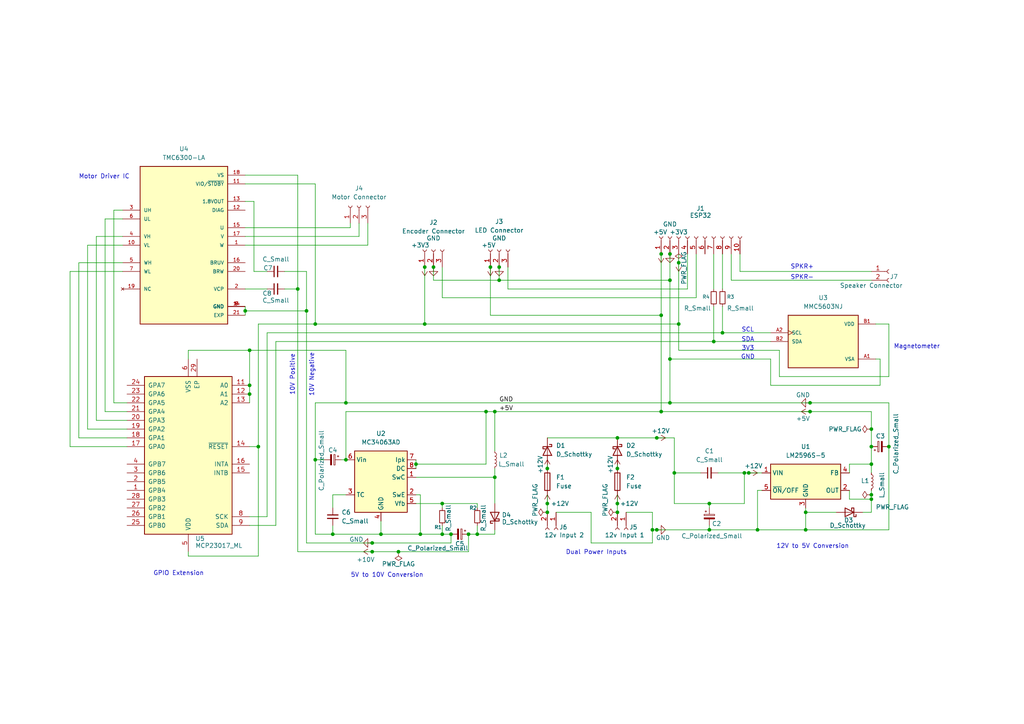
<source format=kicad_sch>
(kicad_sch (version 20250114) (generator "eeschema") (generator_version "9.0")
  (paper "A4")
  (lib_symbols
    (symbol "Connector:Conn_01x02_Socket" (pin_names (offset 1.016) (hide yes))
      (property "Reference" "J" (at 0 2.54 0))
      (property "Value" "Conn_01x02_Socket" (at 0 -5.08 0))
      (symbol "Conn_01x02_Socket_1_1"
        (polyline (pts (xy -1.27 0) (xy -0.508 0)) (stroke (width 0.1524)))
        (polyline (pts (xy -1.27 -2.54) (xy -0.508 -2.54)) (stroke (width 0.1524)))
        (arc (start 0 -0.508) (mid -0.5058 0) (end 0 0.508) (stroke (width 0.1524)))
        (arc (start 0 -3.048) (mid -0.5058 -2.54) (end 0 -2.032) (stroke (width 0.1524)))
        (pin passive line (at -5.08 0 0) (length 3.81) (name "Pin_1") (number "1"))
        (pin passive line (at -5.08 -2.54 0) (length 3.81) (name "Pin_2") (number "2"))
      )
    )
    (symbol "Connector:Conn_01x03_Socket" (pin_names (offset 1.016) (hide yes))
      (property "Reference" "J" (at 0 5.08 0))
      (property "Value" "Conn_01x03_Socket" (at 0 -5.08 0))
      (symbol "Conn_01x03_Socket_1_1"
        (polyline (pts (xy -1.27 2.54) (xy -0.508 2.54)) (stroke (width 0.1524)))
        (polyline (pts (xy -1.27 0) (xy -0.508 0)) (stroke (width 0.1524)))
        (polyline (pts (xy -1.27 -2.54) (xy -0.508 -2.54)) (stroke (width 0.1524)))
        (arc (start 0 2.032) (mid -0.5058 2.54) (end 0 3.048) (stroke (width 0.1524)))
        (arc (start 0 -0.508) (mid -0.5058 0) (end 0 0.508) (stroke (width 0.1524)))
        (arc (start 0 -3.048) (mid -0.5058 -2.54) (end 0 -2.032) (stroke (width 0.1524)))
        (pin passive line (at -5.08 2.54 0) (length 3.81) (name "Pin_1") (number "1"))
        (pin passive line (at -5.08 0 0) (length 3.81) (name "Pin_2") (number "2"))
        (pin passive line (at -5.08 -2.54 0) (length 3.81) (name "Pin_3") (number "3"))
      )
    )
    (symbol "Connector:Conn_01x10_Socket" (pin_names (offset 1.016) (hide yes))
      (property "Reference" "J" (at 0 12.7 0))
      (property "Value" "Conn_01x10_Socket" (at 0 -15.24 0))
      (symbol "Conn_01x10_Socket_1_1"
        (polyline (pts (xy -1.27 10.16) (xy -0.508 10.16)) (stroke (width 0.1524)))
        (polyline (pts (xy -1.27 7.62) (xy -0.508 7.62)) (stroke (width 0.1524)))
        (polyline (pts (xy -1.27 5.08) (xy -0.508 5.08)) (stroke (width 0.1524)))
        (polyline (pts (xy -1.27 2.54) (xy -0.508 2.54)) (stroke (width 0.1524)))
        (polyline (pts (xy -1.27 0) (xy -0.508 0)) (stroke (width 0.1524)))
        (polyline (pts (xy -1.27 -2.54) (xy -0.508 -2.54)) (stroke (width 0.1524)))
        (polyline (pts (xy -1.27 -5.08) (xy -0.508 -5.08)) (stroke (width 0.1524)))
        (polyline (pts (xy -1.27 -7.62) (xy -0.508 -7.62)) (stroke (width 0.1524)))
        (polyline (pts (xy -1.27 -10.16) (xy -0.508 -10.16)) (stroke (width 0.1524)))
        (polyline (pts (xy -1.27 -12.7) (xy -0.508 -12.7)) (stroke (width 0.1524)))
        (arc (start 0 9.652) (mid -0.5058 10.16) (end 0 10.668) (stroke (width 0.1524)))
        (arc (start 0 7.112) (mid -0.5058 7.62) (end 0 8.128) (stroke (width 0.1524)))
        (arc (start 0 4.572) (mid -0.5058 5.08) (end 0 5.588) (stroke (width 0.1524)))
        (arc (start 0 2.032) (mid -0.5058 2.54) (end 0 3.048) (stroke (width 0.1524)))
        (arc (start 0 -0.508) (mid -0.5058 0) (end 0 0.508) (stroke (width 0.1524)))
        (arc (start 0 -3.048) (mid -0.5058 -2.54) (end 0 -2.032) (stroke (width 0.1524)))
        (arc (start 0 -5.588) (mid -0.5058 -5.08) (end 0 -4.572) (stroke (width 0.1524)))
        (arc (start 0 -8.128) (mid -0.5058 -7.62) (end 0 -7.112) (stroke (width 0.1524)))
        (arc (start 0 -10.668) (mid -0.5058 -10.16) (end 0 -9.652) (stroke (width 0.1524)))
        (arc (start 0 -13.208) (mid -0.5058 -12.7) (end 0 -12.192) (stroke (width 0.1524)))
        (pin passive line (at -5.08 10.16 0) (length 3.81) (name "Pin_1") (number "1"))
        (pin passive line (at -5.08 7.62 0) (length 3.81) (name "Pin_2") (number "2"))
        (pin passive line (at -5.08 5.08 0) (length 3.81) (name "Pin_3") (number "3"))
        (pin passive line (at -5.08 2.54 0) (length 3.81) (name "Pin_4") (number "4"))
        (pin passive line (at -5.08 0 0) (length 3.81) (name "Pin_5") (number "5"))
        (pin passive line (at -5.08 -2.54 0) (length 3.81) (name "Pin_6") (number "6"))
        (pin passive line (at -5.08 -5.08 0) (length 3.81) (name "Pin_7") (number "7"))
        (pin passive line (at -5.08 -7.62 0) (length 3.81) (name "Pin_8") (number "8"))
        (pin passive line (at -5.08 -10.16 0) (length 3.81) (name "Pin_9") (number "9"))
        (pin passive line (at -5.08 -12.7 0) (length 3.81) (name "Pin_10") (number "10"))
      )
    )
    (symbol "Device:C_Polarized_Small" (pin_numbers (hide yes)) (pin_names (offset 0.254) (hide yes))
      (property "Reference" "C" (at 0.254 1.778 0))
      (property "Value" "C_Polarized_Small" (at 0.254 -2.032 0))
      (symbol "C_Polarized_Small_0_1"
        (rectangle (start -1.524 0.6858) (end 1.524 0.3048))
        (rectangle (start -1.524 -0.3048) (end 1.524 -0.6858) (fill (type outline)))
        (polyline (pts (xy -1.27 1.524) (xy -0.762 1.524)))
        (polyline (pts (xy -1.016 1.27) (xy -1.016 1.778)))
      )
      (symbol "C_Polarized_Small_1_1"
        (pin passive line (at 0 2.54 270) (length 1.8542) (name "~") (number "1"))
        (pin passive line (at 0 -2.54 90) (length 1.8542) (name "~") (number "2"))
      )
    )
    (symbol "Device:C_Small" (pin_numbers (hide yes)) (pin_names (offset 0.254) (hide yes))
      (property "Reference" "C" (at 0.254 1.778 0))
      (property "Value" "C_Small" (at 0.254 -2.032 0))
      (symbol "C_Small_0_1"
        (polyline (pts (xy -1.524 0.508) (xy 1.524 0.508)) (stroke (width 0.3048)))
        (polyline (pts (xy -1.524 -0.508) (xy 1.524 -0.508)) (stroke (width 0.3302)))
      )
      (symbol "C_Small_1_1"
        (pin passive line (at 0 2.54 270) (length 2.032) (name "~") (number "1"))
        (pin passive line (at 0 -2.54 90) (length 2.032) (name "~") (number "2"))
      )
    )
    (symbol "Device:D_Schottky" (pin_numbers (hide yes)) (pin_names (offset 1.016) (hide yes))
      (property "Reference" "D" (at 0 2.54 0))
      (property "Value" "D_Schottky" (at 0 -2.54 0))
      (symbol "D_Schottky_0_1"
        (polyline (pts (xy -1.905 0.635) (xy -1.905 1.27) (xy -1.27 1.27) (xy -1.27 -1.27) (xy -0.635 -1.27) (xy -0.635 -0.635)) (stroke (width 0.254)))
        (polyline (pts (xy 1.27 1.27) (xy 1.27 -1.27) (xy -1.27 0) (xy 1.27 1.27)) (stroke (width 0.254)))
        (polyline (pts (xy 1.27 0) (xy -1.27 0)))
      )
      (symbol "D_Schottky_1_1"
        (pin passive line (at -3.81 0 0) (length 2.54) (name "K") (number "1"))
        (pin passive line (at 3.81 0 180) (length 2.54) (name "A") (number "2"))
      )
    )
    (symbol "Device:Fuse" (pin_numbers (hide yes)) (pin_names (offset 0))
      (property "Reference" "F" (at 2.032 0 90))
      (property "Value" "Fuse" (at -1.905 0 90))
      (symbol "Fuse_0_1"
        (rectangle (start -0.762 -2.54) (end 0.762 2.54) (stroke (width 0.254)))
        (polyline (pts (xy 0 2.54) (xy 0 -2.54)))
      )
      (symbol "Fuse_1_1"
        (pin passive line (at 0 3.81 270) (length 1.27) (name "~") (number "1"))
        (pin passive line (at 0 -3.81 90) (length 1.27) (name "~") (number "2"))
      )
    )
    (symbol "Device:L_Small" (pin_numbers (hide yes)) (pin_names (offset 0.254) (hide yes))
      (property "Reference" "L" (at 0.762 1.016 0))
      (property "Value" "L_Small" (at 0.762 -1.016 0))
      (symbol "L_Small_0_1"
        (arc (start 0 2.032) (mid 0.5058 1.524) (end 0 1.016))
        (arc (start 0 1.016) (mid 0.5058 0.508) (end 0 0))
        (arc (start 0 0) (mid 0.5058 -0.508) (end 0 -1.016))
        (arc (start 0 -1.016) (mid 0.5058 -1.524) (end 0 -2.032))
      )
      (symbol "L_Small_1_1"
        (pin passive line (at 0 2.54 270) (length 0.508) (name "~") (number "1"))
        (pin passive line (at 0 -2.54 90) (length 0.508) (name "~") (number "2"))
      )
    )
    (symbol "Device:R_Small" (pin_numbers (hide yes)) (pin_names (offset 0.254) (hide yes))
      (property "Reference" "R" (at 0 0 90))
      (property "Value" "R_Small" (at 1.778 0 90))
      (symbol "R_Small_0_1"
        (rectangle (start -0.762 1.778) (end 0.762 -1.778) (stroke (width 0.2032)))
      )
      (symbol "R_Small_1_1"
        (pin passive line (at 0 2.54 270) (length 0.762) (name "~") (number "1"))
        (pin passive line (at 0 -2.54 90) (length 0.762) (name "~") (number "2"))
      )
    )
    (symbol "Interface_Expansion:MCP23017_ML" (pin_names (offset 1.016))
      (property "Reference" "U" (at -11.43 24.13 0))
      (property "Value" "MCP23017_ML" (at 0 0 0))
      (symbol "MCP23017_ML_0_1"
        (rectangle (start -12.7 22.86) (end 12.7 -22.86) (stroke (width 0.254)) (fill (type background)))
      )
      (symbol "MCP23017_ML_1_1"
        (pin bidirectional line (at -17.78 20.32 0) (length 5.08) (name "SDA") (number "9"))
        (pin input line (at -17.78 17.78 0) (length 5.08) (name "SCK") (number "8"))
        (pin tri_state line (at -17.78 5.08 0) (length 5.08) (name "INTB") (number "15"))
        (pin tri_state line (at -17.78 2.54 0) (length 5.08) (name "INTA") (number "16"))
        (pin input line (at -17.78 -2.54 0) (length 5.08) (name "~{RESET}") (number "14"))
        (pin input line (at -17.78 -15.24 0) (length 5.08) (name "A2") (number "13"))
        (pin input line (at -17.78 -17.78 0) (length 5.08) (name "A1") (number "12"))
        (pin input line (at -17.78 -20.32 0) (length 5.08) (name "A0") (number "11"))
        (pin no_connect line (at -12.7 15.24 0) (length 5.08) (hide yes) (name "NC") (number "7"))
        (pin no_connect line (at -12.7 12.7 0) (length 5.08) (hide yes) (name "NC") (number "10"))
        (pin passive line (at -2.54 -27.94 90) (length 5.08) (name "EP") (number "29"))
        (pin power_in line (at 0 27.94 270) (length 5.08) (name "VDD") (number "5"))
        (pin power_in line (at 0 -27.94 90) (length 5.08) (name "VSS") (number "6"))
        (pin bidirectional line (at 17.78 20.32 180) (length 5.08) (name "GPB0") (number "25"))
        (pin bidirectional line (at 17.78 17.78 180) (length 5.08) (name "GPB1") (number "26"))
        (pin bidirectional line (at 17.78 15.24 180) (length 5.08) (name "GPB2") (number "27"))
        (pin bidirectional line (at 17.78 12.7 180) (length 5.08) (name "GPB3") (number "28"))
        (pin bidirectional line (at 17.78 10.16 180) (length 5.08) (name "GPB4") (number "1"))
        (pin bidirectional line (at 17.78 7.62 180) (length 5.08) (name "GPB5") (number "2"))
        (pin bidirectional line (at 17.78 5.08 180) (length 5.08) (name "GPB6") (number "3"))
        (pin output line (at 17.78 2.54 180) (length 5.08) (name "GPB7") (number "4"))
        (pin bidirectional line (at 17.78 -2.54 180) (length 5.08) (name "GPA0") (number "17"))
        (pin bidirectional line (at 17.78 -5.08 180) (length 5.08) (name "GPA1") (number "18"))
        (pin bidirectional line (at 17.78 -7.62 180) (length 5.08) (name "GPA2") (number "19"))
        (pin bidirectional line (at 17.78 -10.16 180) (length 5.08) (name "GPA3") (number "20"))
        (pin bidirectional line (at 17.78 -12.7 180) (length 5.08) (name "GPA4") (number "21"))
        (pin bidirectional line (at 17.78 -15.24 180) (length 5.08) (name "GPA5") (number "22"))
        (pin bidirectional line (at 17.78 -17.78 180) (length 5.08) (name "GPA6") (number "23"))
        (pin output line (at 17.78 -20.32 180) (length 5.08) (name "GPA7") (number "24"))
      )
    )
    (symbol "MMC5603NJ:MMC5603NJ" (pin_names (offset 1.016))
      (property "Reference" "U" (at -10.16 8.382 0))
      (property "Value" "MMC5603NJ" (at -10.16 -10.16 0))
      (symbol "MMC5603NJ_0_0"
        (rectangle (start -10.16 -7.62) (end 10.16 7.62) (stroke (width 0.254)) (fill (type background)))
        (pin input clock (at -15.24 2.54 0) (length 5.08) (name "SCL") (number "A2"))
        (pin bidirectional line (at -15.24 0 0) (length 5.08) (name "SDA") (number "B2"))
        (pin power_in line (at 15.24 5.08 180) (length 5.08) (name "VDD") (number "B1"))
        (pin power_in line (at 15.24 -5.08 180) (length 5.08) (name "VSA") (number "A1"))
      )
    )
    (symbol "Regulator_Switching:LM2596S-5"
      (property "Reference" "U" (at -10.16 6.35 0))
      (property "Value" "LM2596S-5" (at 0 6.35 0))
      (symbol "LM2596S-5_0_1"
        (rectangle (start -10.16 5.08) (end 10.16 -5.08) (stroke (width 0.254)) (fill (type background)))
      )
      (symbol "LM2596S-5_1_1"
        (pin power_in line (at -12.7 2.54 0) (length 2.54) (name "VIN") (number "1"))
        (pin input line (at -12.7 -2.54 0) (length 2.54) (name "~{ON}/OFF") (number "5"))
        (pin power_in line (at 0 -7.62 90) (length 2.54) (name "GND") (number "3"))
        (pin input line (at 12.7 2.54 180) (length 2.54) (name "FB") (number "4"))
        (pin output line (at 12.7 -2.54 180) (length 2.54) (name "OUT") (number "2"))
      )
    )
    (symbol "Regulator_Switching:MC34063AD"
      (property "Reference" "U" (at -7.62 8.89 0))
      (property "Value" "MC34063AD" (at 0 8.89 0))
      (symbol "MC34063AD_0_1"
        (rectangle (start -7.62 7.62) (end 7.62 -10.16) (stroke (width 0.254)) (fill (type background)))
      )
      (symbol "MC34063AD_1_1"
        (pin power_in line (at -10.16 5.08 0) (length 2.54) (name "Vin") (number "6"))
        (pin passive line (at -10.16 -5.08 0) (length 2.54) (name "TC") (number "3"))
        (pin power_in line (at 0 -12.7 90) (length 2.54) (name "GND") (number "4"))
        (pin input line (at 10.16 5.08 180) (length 2.54) (name "Ipk") (number "7"))
        (pin open_collector line (at 10.16 2.54 180) (length 2.54) (name "DC") (number "8"))
        (pin open_collector line (at 10.16 0 180) (length 2.54) (name "SwC") (number "1"))
        (pin open_emitter line (at 10.16 -5.08 180) (length 2.54) (name "SwE") (number "2"))
        (pin input line (at 10.16 -7.62 180) (length 2.54) (name "Vfb") (number "5"))
      )
    )
    (symbol "TMC6300-LA:TMC6300-LA" (pin_names (offset 1.016))
      (property "Reference" "U" (at -12.7 23.622 0))
      (property "Value" "TMC6300-LA" (at -12.7 -25.4 0))
      (symbol "TMC6300-LA_0_0"
        (rectangle (start -12.7 -22.86) (end 12.7 22.86) (stroke (width 0.254)) (fill (type background)))
        (pin input line (at -17.78 10.16 0) (length 5.08) (name "UH") (number "3"))
        (pin input line (at -17.78 7.62 0) (length 5.08) (name "UL") (number "6"))
        (pin input line (at -17.78 2.54 0) (length 5.08) (name "VH") (number "4"))
        (pin input line (at -17.78 0 0) (length 5.08) (name "VL") (number "10"))
        (pin input line (at -17.78 -5.08 0) (length 5.08) (name "WH") (number "5"))
        (pin input line (at -17.78 -7.62 0) (length 5.08) (name "WL") (number "7"))
        (pin no_connect line (at -17.78 -12.7 0) (length 5.08) (name "NC") (number "19"))
        (pin power_in line (at 17.78 20.32 180) (length 5.08) (name "VS") (number "18"))
        (pin power_in line (at 17.78 17.78 180) (length 5.08) (name "VIO/~{STDBY}") (number "11"))
        (pin output line (at 17.78 12.7 180) (length 5.08) (name "1.8VOUT") (number "13"))
        (pin output line (at 17.78 10.16 180) (length 5.08) (name "DIAG") (number "12"))
        (pin output line (at 17.78 5.08 180) (length 5.08) (name "U") (number "15"))
        (pin output line (at 17.78 2.54 180) (length 5.08) (name "V") (number "17"))
        (pin output line (at 17.78 0 180) (length 5.08) (name "W") (number "1"))
        (pin bidirectional line (at 17.78 -5.08 180) (length 5.08) (name "BRUV") (number "16"))
        (pin bidirectional line (at 17.78 -7.62 180) (length 5.08) (name "BRW") (number "20"))
        (pin passive line (at 17.78 -12.7 180) (length 5.08) (name "VCP") (number "2"))
        (pin power_in line (at 17.78 -17.78 180) (length 5.08) (name "GND") (number "14"))
        (pin power_in line (at 17.78 -17.78 180) (length 5.08) (name "GND") (number "8"))
        (pin power_in line (at 17.78 -17.78 180) (length 5.08) (name "GND") (number "9"))
        (pin power_in line (at 17.78 -20.32 180) (length 5.08) (name "EXP") (number "21"))
      )
    )
    (symbol "power:+10V" (power) (pin_numbers (hide yes)) (pin_names (offset 0) (hide yes))
      (property "Value" "+10V" (at 0 3.556 0))
      (symbol "+10V_0_1"
        (polyline (pts (xy -0.762 1.27) (xy 0 2.54)))
        (polyline (pts (xy 0 2.54) (xy 0.762 1.27)))
        (polyline (pts (xy 0 0) (xy 0 2.54)))
      )
      (symbol "+10V_1_1"
        (pin power_in line (at 0 0 90) (length 0) (name "~") (number "1"))
      )
    )
    (symbol "power:+12V" (power) (pin_numbers (hide yes)) (pin_names (offset 0) (hide yes))
      (property "Value" "+12V" (at 0 3.556 0))
      (symbol "+12V_0_1"
        (polyline (pts (xy -0.762 1.27) (xy 0 2.54)))
        (polyline (pts (xy 0 2.54) (xy 0.762 1.27)))
        (polyline (pts (xy 0 0) (xy 0 2.54)))
      )
      (symbol "+12V_1_1"
        (pin power_in line (at 0 0 90) (length 0) (name "~") (number "1"))
      )
    )
    (symbol "power:+3V3" (power) (pin_numbers (hide yes)) (pin_names (offset 0) (hide yes))
      (property "Value" "+3V3" (at 0 3.556 0))
      (symbol "+3V3_0_1"
        (polyline (pts (xy -0.762 1.27) (xy 0 2.54)))
        (polyline (pts (xy 0 2.54) (xy 0.762 1.27)))
        (polyline (pts (xy 0 0) (xy 0 2.54)))
      )
      (symbol "+3V3_1_1"
        (pin power_in line (at 0 0 90) (length 0) (name "~") (number "1"))
      )
    )
    (symbol "power:+5V" (power) (pin_numbers (hide yes)) (pin_names (offset 0) (hide yes))
      (property "Value" "+5V" (at 0 3.556 0))
      (symbol "+5V_0_1"
        (polyline (pts (xy -0.762 1.27) (xy 0 2.54)))
        (polyline (pts (xy 0 2.54) (xy 0.762 1.27)))
        (polyline (pts (xy 0 0) (xy 0 2.54)))
      )
      (symbol "+5V_1_1"
        (pin power_in line (at 0 0 90) (length 0) (name "~") (number "1"))
      )
    )
    (symbol "power:GND" (power) (pin_numbers (hide yes)) (pin_names (offset 0) (hide yes))
      (property "Value" "GND" (at 0 -3.81 0))
      (symbol "GND_0_1"
        (polyline (pts (xy 0 0) (xy 0 -1.27) (xy 1.27 -1.27) (xy 0 -2.54) (xy -1.27 -1.27) (xy 0 -1.27)))
      )
      (symbol "GND_1_1"
        (pin power_in line (at 0 0 270) (length 0) (name "~") (number "1"))
      )
    )
    (symbol "power:PWR_FLAG" (power) (pin_numbers (hide yes)) (pin_names (offset 0) (hide yes))
      (property "Value" "PWR_FLAG" (at 0 3.81 0))
      (symbol "PWR_FLAG_0_0"
        (pin power_out line (at 0 0 90) (length 0) (name "~") (number "1"))
      )
      (symbol "PWR_FLAG_0_1"
        (polyline (pts (xy 0 0) (xy 0 1.27) (xy -1.016 1.905) (xy 0 2.54) (xy 1.016 1.905) (xy 0 1.27)))
      )
    )
  )
  (text "12V to 5V Conversion" (at 235.712 158.496 0) (effects (font (size 1.27 1.27))))
  (text "3V3" (at 216.916 101.092 0) (effects (font (size 1.27 1.27))))
  (text "GPIO Extension" (at 51.816 166.37 0) (effects (font (size 1.27 1.27))))
  (text "5V to 10V Conversion" (at 112.268 166.878 0) (effects (font (size 1.27 1.27))))
  (text "10V Negative" (at 90.424 108.712 90) (effects (font (size 1.27 1.27))))
  (text "GND" (at 216.916 103.632 0) (effects (font (size 1.27 1.27))))
  (text "Motor Driver IC" (at 30.226 51.308 0) (effects (font (size 1.27 1.27))))
  (text "SPKR-" (at 232.664 80.518 0) (effects (font (size 1.27 1.27))))
  (text "SDA" (at 216.916 98.552 0) (effects (font (size 1.27 1.27))))
  (text "SCL" (at 216.916 95.758 0) (effects (font (size 1.27 1.27))))
  (text "Dual Power Inputs" (at 172.974 160.274 0) (effects (font (size 1.27 1.27))))
  (text "10V Positive" (at 84.836 108.712 90) (effects (font (size 1.27 1.27))))
  (text "Magnetometer" (at 265.938 100.584 0) (effects (font (size 1.27 1.27))))
  (text "SPKR+" (at 232.664 77.47 0) (effects (font (size 1.27 1.27))))
  (junction (at 252.73 134.62))
  (junction (at 100.33 133.35))
  (junction (at 115.57 160.02))
  (junction (at 158.75 135.89))
  (junction (at 195.58 137.16))
  (junction (at 142.24 77.47))
  (junction (at 194.31 73.66))
  (junction (at 179.07 135.89))
  (junction (at 158.75 148.59))
  (junction (at 205.74 146.05))
  (junction (at 196.85 76.2))
  (junction (at 72.39 101.6))
  (junction (at 215.9 137.16))
  (junction (at 194.31 116.84))
  (junction (at 96.52 154.94))
  (junction (at 128.27 146.05))
  (junction (at 234.95 119.38))
  (junction (at 205.74 153.67))
  (junction (at 123.19 93.98))
  (junction (at 71.12 90.17))
  (junction (at 74.93 129.54))
  (junction (at 190.5 127))
  (junction (at 144.78 77.47))
  (junction (at 130.81 154.94))
  (junction (at 234.95 116.84))
  (junction (at 107.95 160.02))
  (junction (at 121.92 154.94))
  (junction (at 123.19 77.47))
  (junction (at 194.31 81.28))
  (junction (at 217.17 137.16))
  (junction (at 107.95 157.48))
  (junction (at 135.89 154.94))
  (junction (at 252.73 143.51))
  (junction (at 233.68 153.67))
  (junction (at 179.07 148.59))
  (junction (at 252.73 129.54))
  (junction (at 143.51 138.43))
  (junction (at 72.39 114.3))
  (junction (at 138.43 154.94))
  (junction (at 194.31 104.14))
  (junction (at 91.44 93.98))
  (junction (at 191.77 91.44))
  (junction (at 189.23 153.67))
  (junction (at 207.01 99.06))
  (junction (at 91.44 133.35))
  (junction (at 158.75 146.05))
  (junction (at 196.85 93.98))
  (junction (at 252.73 144.78))
  (junction (at 219.71 153.67))
  (junction (at 144.78 81.28))
  (junction (at 100.33 116.84))
  (junction (at 86.36 83.82))
  (junction (at 143.51 119.38))
  (junction (at 190.5 153.67))
  (junction (at 191.77 119.38))
  (junction (at 233.68 148.59))
  (junction (at 140.97 119.38))
  (junction (at 179.07 127))
  (junction (at 110.49 154.94))
  (junction (at 125.73 77.47))
  (junction (at 128.27 154.94))
  (junction (at 191.77 73.66))
  (junction (at 120.65 134.62))
  (junction (at 179.07 146.05))
  (junction (at 257.81 129.54))
  (junction (at 88.9 90.17))
  (junction (at 72.39 111.76))
  (junction (at 252.73 124.46))
  (junction (at 209.55 96.52))
  (wire (pts (xy 100.33 116.84) (xy 194.31 116.84)))
  (wire (pts (xy 179.07 134.62) (xy 179.07 135.89)))
  (wire (pts (xy 252.73 134.62) (xy 252.73 137.16)))
  (wire (pts (xy 179.07 127) (xy 190.5 127)))
  (wire (pts (xy 226.06 101.6) (xy 226.06 109.22)))
  (wire (pts (xy 71.12 90.17) (xy 71.12 91.44)))
  (wire (pts (xy 30.48 119.38) (xy 36.83 119.38)))
  (wire (pts (xy 209.55 88.9) (xy 209.55 96.52)))
  (wire (pts (xy 110.49 151.13) (xy 110.49 154.94)))
  (wire (pts (xy 252.73 119.38) (xy 252.73 124.46)))
  (wire (pts (xy 91.44 154.94) (xy 96.52 154.94)))
  (wire (pts (xy 91.44 133.35) (xy 91.44 154.94)))
  (wire (pts (xy 179.07 146.05) (xy 179.07 148.59)))
  (wire (pts (xy 252.73 148.59) (xy 250.19 148.59)))
  (wire (pts (xy 214.63 73.66) (xy 214.63 78.74)))
  (wire (pts (xy 120.65 134.62) (xy 120.65 133.35)))
  (wire (pts (xy 205.74 153.67) (xy 219.71 153.67)))
  (wire (pts (xy 91.44 133.35) (xy 93.98 133.35)))
  (wire (pts (xy 107.95 160.02) (xy 115.57 160.02)))
  (wire (pts (xy 121.92 154.94) (xy 128.27 154.94)))
  (wire (pts (xy 252.73 148.59) (xy 252.73 144.78)))
  (wire (pts (xy 125.73 81.28) (xy 144.78 81.28)))
  (wire (pts (xy 158.75 146.05) (xy 158.75 148.59)))
  (wire (pts (xy 72.39 111.76) (xy 72.39 114.3)))
  (wire (pts (xy 257.81 93.98) (xy 254 93.98)))
  (wire (pts (xy 158.75 143.51) (xy 158.75 146.05)))
  (wire (pts (xy 207.01 73.66) (xy 207.01 83.82)))
  (wire (pts (xy 100.33 116.84) (xy 100.33 101.6)))
  (wire (pts (xy 205.74 146.05) (xy 215.9 146.05)))
  (wire (pts (xy 72.39 101.6) (xy 72.39 111.76)))
  (wire (pts (xy 194.31 73.66) (xy 194.31 81.28)))
  (wire (pts (xy 71.12 83.82) (xy 77.47 83.82)))
  (wire (pts (xy 135.89 160.02) (xy 115.57 160.02)))
  (wire (pts (xy 255.27 104.14) (xy 254 104.14)))
  (wire (pts (xy 82.55 78.74) (xy 88.9 78.74)))
  (wire (pts (xy 171.45 157.48) (xy 189.23 157.48)))
  (wire (pts (xy 214.63 78.74) (xy 252.73 78.74)))
  (wire (pts (xy 123.19 93.98) (xy 196.85 93.98)))
  (wire (pts (xy 209.55 73.66) (xy 209.55 83.82)))
  (wire (pts (xy 246.38 144.78) (xy 246.38 142.24)))
  (wire (pts (xy 135.89 154.94) (xy 138.43 154.94)))
  (wire (pts (xy 234.95 116.84) (xy 257.81 116.84)))
  (wire (pts (xy 195.58 146.05) (xy 205.74 146.05)))
  (wire (pts (xy 252.73 124.46) (xy 252.73 129.54)))
  (wire (pts (xy 191.77 73.66) (xy 191.77 91.44)))
  (wire (pts (xy 54.61 161.29) (xy 54.61 160.02)))
  (wire (pts (xy 252.73 129.54) (xy 252.73 134.62)))
  (wire (pts (xy 143.51 119.38) (xy 143.51 130.81)))
  (wire (pts (xy 91.44 93.98) (xy 123.19 93.98)))
  (wire (pts (xy 107.95 160.02) (xy 86.36 160.02)))
  (wire (pts (xy 207.01 99.06) (xy 223.52 99.06)))
  (wire (pts (xy 215.9 137.16) (xy 217.17 137.16)))
  (wire (pts (xy 30.48 63.5) (xy 30.48 119.38)))
  (wire (pts (xy 99.06 133.35) (xy 100.33 133.35)))
  (wire (pts (xy 217.17 137.16) (xy 220.98 137.16)))
  (wire (pts (xy 128.27 146.05) (xy 120.65 146.05)))
  (wire (pts (xy 196.85 101.6) (xy 226.06 101.6)))
  (wire (pts (xy 219.71 153.67) (xy 233.68 153.67)))
  (wire (pts (xy 143.51 138.43) (xy 143.51 146.05)))
  (wire (pts (xy 158.75 134.62) (xy 158.75 135.89)))
  (wire (pts (xy 189.23 153.67) (xy 189.23 148.59)))
  (wire (pts (xy 96.52 154.94) (xy 110.49 154.94)))
  (wire (pts (xy 233.68 153.67) (xy 257.81 153.67)))
  (wire (pts (xy 257.81 116.84) (xy 257.81 129.54)))
  (wire (pts (xy 123.19 77.47) (xy 123.19 93.98)))
  (wire (pts (xy 35.56 76.2) (xy 22.86 76.2)))
  (wire (pts (xy 128.27 86.36) (xy 128.27 77.47)))
  (wire (pts (xy 130.81 154.94) (xy 128.27 154.94)))
  (wire (pts (xy 72.39 114.3) (xy 72.39 116.84)))
  (wire (pts (xy 91.44 116.84) (xy 91.44 133.35)))
  (wire (pts (xy 100.33 119.38) (xy 140.97 119.38)))
  (wire (pts (xy 161.29 148.59) (xy 171.45 148.59)))
  (wire (pts (xy 246.38 134.62) (xy 252.73 134.62)))
  (wire (pts (xy 71.12 90.17) (xy 88.9 90.17)))
  (wire (pts (xy 130.81 154.94) (xy 130.81 157.48)))
  (wire (pts (xy 246.38 137.16) (xy 246.38 134.62)))
  (wire (pts (xy 107.95 157.48) (xy 88.9 157.48)))
  (wire (pts (xy 77.47 96.52) (xy 209.55 96.52)))
  (wire (pts (xy 80.01 152.4) (xy 72.39 152.4)))
  (wire (pts (xy 234.95 119.38) (xy 252.73 119.38)))
  (wire (pts (xy 140.97 134.62) (xy 120.65 134.62)))
  (wire (pts (xy 138.43 154.94) (xy 143.51 154.94)))
  (wire (pts (xy 205.74 146.05) (xy 205.74 147.32)))
  (wire (pts (xy 196.85 76.2) (xy 196.85 93.98)))
  (wire (pts (xy 27.94 68.58) (xy 27.94 121.92)))
  (wire (pts (xy 138.43 146.05) (xy 128.27 146.05)))
  (wire (pts (xy 135.89 154.94) (xy 135.89 160.02)))
  (wire (pts (xy 20.32 129.54) (xy 36.83 129.54)))
  (wire (pts (xy 142.24 91.44) (xy 191.77 91.44)))
  (wire (pts (xy 189.23 157.48) (xy 189.23 153.67)))
  (wire (pts (xy 181.61 148.59) (xy 189.23 148.59)))
  (wire (pts (xy 27.94 121.92) (xy 36.83 121.92)))
  (wire (pts (xy 196.85 93.98) (xy 196.85 101.6)))
  (wire (pts (xy 128.27 146.05) (xy 128.27 147.32)))
  (wire (pts (xy 91.44 116.84) (xy 100.33 116.84)))
  (wire (pts (xy 143.51 138.43) (xy 143.51 135.89)))
  (wire (pts (xy 35.56 78.74) (xy 20.32 78.74)))
  (wire (pts (xy 96.52 143.51) (xy 96.52 147.32)))
  (wire (pts (xy 20.32 78.74) (xy 20.32 129.54)))
  (wire (pts (xy 120.65 143.51) (xy 121.92 143.51)))
  (wire (pts (xy 101.6 64.77) (xy 101.6 66.04)))
  (wire (pts (xy 73.66 78.74) (xy 77.47 78.74)))
  (wire (pts (xy 138.43 146.05) (xy 138.43 147.32)))
  (wire (pts (xy 33.02 116.84) (xy 36.83 116.84)))
  (wire (pts (xy 54.61 101.6) (xy 54.61 104.14)))
  (wire (pts (xy 80.01 99.06) (xy 80.01 152.4)))
  (wire (pts (xy 91.44 93.98) (xy 74.93 93.98)))
  (wire (pts (xy 35.56 71.12) (xy 25.4 71.12)))
  (wire (pts (xy 201.93 73.66) (xy 201.93 86.36)))
  (wire (pts (xy 101.6 66.04) (xy 71.12 66.04)))
  (wire (pts (xy 144.78 77.47) (xy 144.78 81.28)))
  (wire (pts (xy 86.36 83.82) (xy 86.36 160.02)))
  (wire (pts (xy 212.09 73.66) (xy 212.09 81.28)))
  (wire (pts (xy 219.71 142.24) (xy 219.71 153.67)))
  (wire (pts (xy 223.52 111.76) (xy 255.27 111.76)))
  (wire (pts (xy 121.92 154.94) (xy 110.49 154.94)))
  (wire (pts (xy 207.01 99.06) (xy 80.01 99.06)))
  (wire (pts (xy 208.28 137.16) (xy 215.9 137.16)))
  (wire (pts (xy 199.39 83.82) (xy 147.32 83.82)))
  (wire (pts (xy 72.39 101.6) (xy 54.61 101.6)))
  (wire (pts (xy 120.65 134.62) (xy 120.65 135.89)))
  (wire (pts (xy 35.56 60.96) (xy 33.02 60.96)))
  (wire (pts (xy 196.85 76.2) (xy 196.85 73.66)))
  (wire (pts (xy 191.77 91.44) (xy 191.77 119.38)))
  (wire (pts (xy 33.02 60.96) (xy 33.02 116.84)))
  (wire (pts (xy 142.24 77.47) (xy 142.24 91.44)))
  (wire (pts (xy 143.51 119.38) (xy 191.77 119.38)))
  (wire (pts (xy 91.44 53.34) (xy 71.12 53.34)))
  (wire (pts (xy 255.27 111.76) (xy 255.27 104.14)))
  (wire (pts (xy 233.68 148.59) (xy 233.68 147.32)))
  (wire (pts (xy 104.14 68.58) (xy 71.12 68.58)))
  (wire (pts (xy 158.75 127) (xy 179.07 127)))
  (wire (pts (xy 71.12 58.42) (xy 73.66 58.42)))
  (wire (pts (xy 144.78 81.28) (xy 194.31 81.28)))
  (wire (pts (xy 190.5 153.67) (xy 205.74 153.67)))
  (wire (pts (xy 74.93 129.54) (xy 74.93 161.29)))
  (wire (pts (xy 106.68 71.12) (xy 71.12 71.12)))
  (wire (pts (xy 219.71 142.24) (xy 220.98 142.24)))
  (wire (pts (xy 171.45 148.59) (xy 171.45 157.48)))
  (wire (pts (xy 120.65 138.43) (xy 143.51 138.43)))
  (wire (pts (xy 25.4 71.12) (xy 25.4 124.46)))
  (wire (pts (xy 257.81 129.54) (xy 257.81 153.67)))
  (wire (pts (xy 257.81 109.22) (xy 257.81 93.98)))
  (wire (pts (xy 140.97 119.38) (xy 143.51 119.38)))
  (wire (pts (xy 189.23 153.67) (xy 190.5 153.67)))
  (wire (pts (xy 246.38 144.78) (xy 252.73 144.78)))
  (wire (pts (xy 205.74 152.4) (xy 205.74 153.67)))
  (wire (pts (xy 77.47 149.86) (xy 77.47 96.52)))
  (wire (pts (xy 82.55 83.82) (xy 86.36 83.82)))
  (wire (pts (xy 190.5 127) (xy 195.58 127)))
  (wire (pts (xy 252.73 143.51) (xy 252.73 144.78)))
  (wire (pts (xy 73.66 58.42) (xy 73.66 78.74)))
  (wire (pts (xy 96.52 143.51) (xy 100.33 143.51)))
  (wire (pts (xy 212.09 81.28) (xy 252.73 81.28)))
  (wire (pts (xy 35.56 68.58) (xy 27.94 68.58)))
  (wire (pts (xy 72.39 129.54) (xy 74.93 129.54)))
  (wire (pts (xy 25.4 124.46) (xy 36.83 124.46)))
  (wire (pts (xy 233.68 153.67) (xy 233.68 148.59)))
  (wire (pts (xy 194.31 104.14) (xy 194.31 116.84)))
  (wire (pts (xy 88.9 78.74) (xy 88.9 90.17)))
  (wire (pts (xy 106.68 64.77) (xy 106.68 71.12)))
  (wire (pts (xy 104.14 64.77) (xy 104.14 68.58)))
  (wire (pts (xy 223.52 104.14) (xy 223.52 111.76)))
  (wire (pts (xy 138.43 152.4) (xy 138.43 154.94)))
  (wire (pts (xy 191.77 119.38) (xy 234.95 119.38)))
  (wire (pts (xy 195.58 137.16) (xy 195.58 146.05)))
  (wire (pts (xy 143.51 154.94) (xy 143.51 153.67)))
  (wire (pts (xy 74.93 93.98) (xy 74.93 129.54)))
  (wire (pts (xy 195.58 137.16) (xy 203.2 137.16)))
  (wire (pts (xy 86.36 50.8) (xy 86.36 83.82)))
  (wire (pts (xy 194.31 81.28) (xy 194.31 104.14)))
  (wire (pts (xy 100.33 119.38) (xy 100.33 133.35)))
  (wire (pts (xy 86.36 50.8) (xy 71.12 50.8)))
  (wire (pts (xy 252.73 142.24) (xy 252.73 143.51)))
  (wire (pts (xy 201.93 86.36) (xy 128.27 86.36)))
  (wire (pts (xy 194.31 116.84) (xy 234.95 116.84)))
  (wire (pts (xy 71.12 88.9) (xy 71.12 90.17)))
  (wire (pts (xy 74.93 161.29) (xy 54.61 161.29)))
  (wire (pts (xy 100.33 101.6) (xy 72.39 101.6)))
  (wire (pts (xy 72.39 149.86) (xy 77.47 149.86)))
  (wire (pts (xy 121.92 143.51) (xy 121.92 154.94)))
  (wire (pts (xy 125.73 77.47) (xy 125.73 81.28)))
  (wire (pts (xy 22.86 127) (xy 36.83 127)))
  (wire (pts (xy 199.39 73.66) (xy 199.39 83.82)))
  (wire (pts (xy 96.52 152.4) (xy 96.52 154.94)))
  (wire (pts (xy 35.56 63.5) (xy 30.48 63.5)))
  (wire (pts (xy 215.9 146.05) (xy 215.9 137.16)))
  (wire (pts (xy 107.95 157.48) (xy 130.81 157.48)))
  (wire (pts (xy 147.32 83.82) (xy 147.32 77.47)))
  (wire (pts (xy 233.68 148.59) (xy 242.57 148.59)))
  (wire (pts (xy 22.86 76.2) (xy 22.86 127)))
  (wire (pts (xy 194.31 104.14) (xy 223.52 104.14)))
  (wire (pts (xy 209.55 96.52) (xy 223.52 96.52)))
  (wire (pts (xy 195.58 137.16) (xy 195.58 127)))
  (wire (pts (xy 88.9 90.17) (xy 88.9 157.48)))
  (wire (pts (xy 207.01 88.9) (xy 207.01 99.06)))
  (wire (pts (xy 226.06 109.22) (xy 257.81 109.22)))
  (wire (pts (xy 179.07 143.51) (xy 179.07 146.05)))
  (wire (pts (xy 128.27 152.4) (xy 128.27 154.94)))
  (wire (pts (xy 140.97 119.38) (xy 140.97 134.62)))
  (wire (pts (xy 91.44 93.98) (xy 91.44 53.34)))
  (label "+5V" (at 144.78 119.38 0))
  (label "GND" (at 144.78 116.84 0))
  (symbol (lib_id "Connector:Conn_01x03_Socket") (at 104.14 59.69 90) (unit 1)
    (property "Reference" "J4" (at 104.14 54.61 90))
    (property "Value" "Motor Connector" (at 104.14 57.15 90))
    (property "Footprint" "Connector_JST:JST_XH_S3B-XH-A-1_1x03_P2.50mm_Horizontal" (effects (hide yes)))
    (property "Description" "Generic connector, single row, 01x03, script generated" (effects (hide yes)))
  )
  (symbol (lib_id "Connector:Conn_01x10_Socket") (at 201.93 68.58 90) (unit 1)
    (property "Reference" "J1" (at 203.2 60.452 90))
    (property "Value" "ESP32" (at 203.2 62.484 90))
    (property "Footprint" "Connector_JST:JST_XH_S10B-XH-A-1_1x10_P2.50mm_Horizontal" (effects (hide yes)))
    (property "Description" "Generic connector, single row, 01x10, script generated" (effects (hide yes)))
  )
  (symbol (lib_id "power:+3V3") (at 196.85 76.2 180) (unit 1)
    (property "Reference" "#PWR01" (effects (hide yes)))
    (property "Value" "+3V3" (at 196.85 67.31 0))
    (property "Description" "Power symbol creates a global label with name \"+3V3\"" (effects (hide yes)))
  )
  (symbol (lib_id "power:PWR_FLAG") (at 252.73 143.51 90) (unit 1)
    (property "Reference" "#FLG06" (effects (hide yes)))
    (property "Value" "PWR_FLAG" (at 258.826 147.066 90))
    (property "Description" "Special symbol for telling ERC where power comes from" (effects (hide yes)))
  )
  (symbol (lib_id "power:PWR_FLAG") (at 196.85 76.2 0) (unit 1)
    (property "Reference" "#FLG04" (effects (hide yes)))
    (property "Value" "PWR_FLAG" (at 198.374 77.724 90))
    (property "Description" "Special symbol for telling ERC where power comes from" (effects (hide yes)))
  )
  (symbol (lib_id "power:PWR_FLAG") (at 252.73 124.46 90) (unit 1)
    (property "Reference" "#FLG03" (effects (hide yes)))
    (property "Value" "PWR_FLAG" (at 245.11 124.46 90))
    (property "Description" "Special symbol for telling ERC where power comes from" (effects (hide yes)))
  )
  (symbol (lib_id "Device:C_Polarized_Small") (at 255.27 129.54 90) (unit 1)
    (property "Reference" "C3" (at 254 126.492 90) (effects (justify right)))
    (property "Value" "C_Polarized_Small" (at 259.842 119.888 0) (effects (justify right)))
    (property "Footprint" "Capacitor_SMD:CP_Elec_6.3x5.4" (effects (hide yes)))
    (property "Description" "Polarized capacitor, small symbol" (effects (hide yes)))
  )
  (symbol (lib_id "Interface_Expansion:MCP23017_ML") (at 54.61 132.08 180) (unit 1)
    (property "Reference" "U5" (at 56.642 156.21 0) (effects (justify right)))
    (property "Value" "MCP23017_ML" (at 56.642 158.242 0) (effects (justify right)))
    (property "Footprint" "Package_DFN_QFN:QFN-28-1EP_6x6mm_P0.65mm_EP4.25x4.25mm" (effects (hide yes)))
    (property "Datasheet" "https://ww1.microchip.com/downloads/aemDocuments/documents/APID/ProductDocuments/DataSheets/MCP23017-Data-Sheet-DS20001952.pdf" (effects (hide yes)))
    (property "Description" "16-bit I/O expander, I2C, interrupts, w pull-ups, GPA/B7 output only (https://microchip.my.site.com/s/article/GPA7---GPB7-Cannot-Be-Used-as-Inputs-In-MCP23017), QFN-28" (effects (hide yes)))
  )
  (symbol (lib_id "power:+5V") (at 234.95 119.38 90) (unit 1)
    (property "Reference" "#PWR06" (effects (hide yes)))
    (property "Value" "+5V" (at 234.95 121.412 90) (effects (justify left)))
    (property "Description" "Power symbol creates a global label with name \"+5V\"" (effects (hide yes)))
  )
  (symbol (lib_id "Connector:Conn_01x02_Socket") (at 161.29 153.67 270) (unit 1)
    (property "Reference" "J6" (at 164.592 152.908 90) (effects (justify right)))
    (property "Value" "12v Input 2" (at 169.418 155.194 90) (effects (justify right)))
    (property "Footprint" "Connector_JST:JST_XH_S2B-XH-A-1_1x02_P2.50mm_Horizontal" (effects (hide yes)))
    (property "Description" "Generic connector, single row, 01x02, script generated" (effects (hide yes)))
  )
  (symbol (lib_id "power:PWR_FLAG") (at 158.75 148.59 90) (unit 1)
    (property "Reference" "#FLG01" (effects (hide yes)))
    (property "Value" "PWR_FLAG" (at 155.194 149.86 0) (effects (justify left)))
    (property "Description" "Special symbol for telling ERC where power comes from" (effects (hide yes)))
  )
  (symbol (lib_id "power:+12V") (at 179.07 146.05 0) (unit 1)
    (property "Reference" "#PWR013" (effects (hide yes)))
    (property "Value" "+12V" (at 179.832 146.05 0) (effects (justify left)))
    (property "Description" "Power symbol creates a global label with name \"+12V\"" (effects (hide yes)))
  )
  (symbol (lib_id "Device:C_Polarized_Small") (at 96.52 133.35 270) (unit 1)
    (property "Reference" "C4" (at 96.52 130.556 90))
    (property "Value" "C_Polarized_Small" (at 93.218 133.604 0))
    (property "Footprint" "Capacitor_SMD:CP_Elec_6.3x5.4" (effects (hide yes)))
    (property "Description" "Polarized capacitor, small symbol" (effects (hide yes)))
  )
  (symbol (lib_id "Device:D_Schottky") (at 158.75 130.81 270) (unit 1)
    (property "Reference" "D1" (at 161.29 129.2224 90) (effects (justify left)))
    (property "Value" "D_Schottky" (at 161.29 131.7624 90) (effects (justify left)))
    (property "Footprint" "Diode_SMD:D_SMA" (effects (hide yes)))
    (property "Description" "Schottky diode" (effects (hide yes)))
  )
  (symbol (lib_id "power:+5V") (at 191.77 73.66 180) (unit 1)
    (property "Reference" "#PWR03" (effects (hide yes)))
    (property "Value" "+5V" (at 191.516 67.31 0))
    (property "Description" "Power symbol creates a global label with name \"+5V\"" (effects (hide yes)))
  )
  (symbol (lib_id "Device:Fuse") (at 158.75 139.7 0) (unit 1)
    (property "Reference" "F1" (at 161.29 138.4299 0) (effects (justify left)))
    (property "Value" "Fuse" (at 161.29 140.9699 0) (effects (justify left)))
    (property "Footprint" "Fuse:Fuse_1206_3216Metric" (effects (hide yes)))
    (property "Description" "Fuse" (effects (hide yes)))
  )
  (symbol (lib_id "power:PWR_FLAG") (at 179.07 148.59 90) (unit 1)
    (property "Reference" "#FLG02" (effects (hide yes)))
    (property "Value" "PWR_FLAG" (at 175.514 149.86 0) (effects (justify left)))
    (property "Description" "Special symbol for telling ERC where power comes from" (effects (hide yes)))
  )
  (symbol (lib_id "Device:L_Small") (at 143.51 133.35 0) (unit 1)
    (property "Reference" "L2" (at 144.78 132.0799 0) (effects (justify left)))
    (property "Value" "L_Small" (at 144.526 134.62 0) (effects (justify left)))
    (property "Footprint" "Inductor_SMD:L_7.3x7.3_H4.5" (effects (hide yes)))
    (property "Description" "Inductor, small symbol" (effects (hide yes)))
  )
  (symbol (lib_id "power:+12V") (at 190.5 127 270) (unit 1)
    (property "Reference" "#PWR017" (effects (hide yes)))
    (property "Value" "+12V" (at 188.976 124.968 90) (effects (justify left)))
    (property "Description" "Power symbol creates a global label with name \"+12V\"" (effects (hide yes)))
  )
  (symbol (lib_id "Device:C_Small") (at 96.52 149.86 0) (unit 1)
    (property "Reference" "C6" (at 99.06 148.5962 0) (effects (justify left)))
    (property "Value" "C_Small" (at 99.06 151.1362 0) (effects (justify left)))
    (property "Footprint" "Capacitor_SMD:C_0805_2012Metric" (effects (hide yes)))
    (property "Description" "Unpolarized capacitor, small symbol" (effects (hide yes)))
  )
  (symbol (lib_id "Device:C_Small") (at 80.01 78.74 90) (unit 1)
    (property "Reference" "C7" (at 77.724 77.724 90))
    (property "Value" "C_Small" (at 80.01 75.184 90))
    (property "Footprint" "Capacitor_SMD:C_0805_2012Metric" (effects (hide yes)))
    (property "Description" "Unpolarized capacitor, small symbol" (effects (hide yes)))
  )
  (symbol (lib_id "Connector:Conn_01x03_Socket") (at 125.73 72.39 90) (unit 1)
    (property "Reference" "J2" (at 125.73 64.516 90))
    (property "Value" "Encoder Connector" (at 125.73 67.056 90))
    (property "Footprint" "Connector_JST:JST_XH_S3B-XH-A-1_1x03_P2.50mm_Horizontal" (effects (hide yes)))
    (property "Description" "Generic connector, single row, 01x03, script generated" (effects (hide yes)))
  )
  (symbol (lib_id "power:+10V") (at 107.95 160.02 90) (unit 1)
    (property "Reference" "#PWR04" (effects (hide yes)))
    (property "Value" "+10V" (at 108.712 162.306 90) (effects (justify left)))
    (property "Description" "Power symbol creates a global label with name \"+10V\"" (effects (hide yes)))
  )
  (symbol (lib_id "power:GND") (at 125.73 77.47 0) (unit 1)
    (property "Reference" "#PWR010" (effects (hide yes)))
    (property "Value" "GND" (at 125.73 69.088 0))
    (property "Description" "Power symbol creates a global label with name \"GND\" , ground" (effects (hide yes)))
  )
  (symbol (lib_id "power:+3V3") (at 123.19 77.47 180) (unit 1)
    (property "Reference" "#PWR011" (effects (hide yes)))
    (property "Value" "+3V3" (at 121.92 71.12 0))
    (property "Description" "Power symbol creates a global label with name \"+3V3\"" (effects (hide yes)))
  )
  (symbol (lib_id "TMC6300-LA:TMC6300-LA") (at 53.34 71.12 0) (unit 1)
    (property "Reference" "U4" (at 53.34 43.18 0))
    (property "Value" "TMC6300-LA" (at 53.34 45.72 0))
    (property "Footprint" "TMC6300-LA:QFN40P300X300X90-21N" (effects (hide yes)))
    (property "MF" "Trinamic" (effects (hide yes)))
    (property "MAXIMUM_PACKAGE_HEIGHT" "0.9 mm" (effects (hide yes)))
    (property "Package" "None" (effects (hide yes)))
    (property "Price" "None" (effects (hide yes)))
    (property "Check_prices" "https://www.snapeda.com/parts/TMC6300-LA/Trinamic/view-part/?ref=eda" (effects (hide yes)))
    (property "STANDARD" "IPC 7351B" (effects (hide yes)))
    (property "PARTREV" "1.08" (effects (hide yes)))
    (property "SnapEDA_Link" "https://www.snapeda.com/parts/TMC6300-LA/Trinamic/view-part/?ref=snap" (effects (hide yes)))
    (property "MP" "TMC6300-LA" (effects (hide yes)))
    (property "Description_1" "Motor / Motion / Ignition Controllers & Drivers Low Voltage BLDC Motor/PMSM Driver IC, 2-11V, 1.2A, QFN-20" (effects (hide yes)))
    (property "Availability" "In Stock" (effects (hide yes)))
    (property "MANUFACTURER" "Trinamic" (effects (hide yes)))
  )
  (symbol (lib_id "Device:C_Polarized_Small") (at 205.74 149.86 0) (unit 1)
    (property "Reference" "C2" (at 206.502 151.892 0) (effects (justify left)))
    (property "Value" "C_Polarized_Small" (at 197.612 155.448 0) (effects (justify left)))
    (property "Footprint" "Capacitor_SMD:CP_Elec_6.3x5.4" (effects (hide yes)))
    (property "Description" "Polarized capacitor, small symbol" (effects (hide yes)))
  )
  (symbol (lib_id "Connector:Conn_01x02_Socket") (at 257.81 78.74 0) (unit 1)
    (property "Reference" "J7" (at 258.064 80.264 0) (effects (justify left)))
    (property "Value" "Speaker Connector" (at 243.586 82.804 0) (effects (justify left)))
    (property "Footprint" "Connector_JST:JST_GH_BM02B-GHS-TBT_1x02-1MP_P1.25mm_Vertical" (effects (hide yes)))
    (property "Description" "Generic connector, single row, 01x02, script generated" (effects (hide yes)))
  )
  (symbol (lib_id "Device:C_Small") (at 205.74 137.16 90) (unit 1)
    (property "Reference" "C1" (at 205.7463 130.81 90))
    (property "Value" "C_Small" (at 205.7463 133.35 90))
    (property "Footprint" "Capacitor_SMD:C_0805_2012Metric" (effects (hide yes)))
    (property "Description" "Unpolarized capacitor, small symbol" (effects (hide yes)))
  )
  (symbol (lib_id "power:GND") (at 190.5 153.67 90) (unit 1)
    (property "Reference" "#PWR015" (effects (hide yes)))
    (property "Value" "GND" (at 190.246 155.956 90) (effects (justify right)))
    (property "Description" "Power symbol creates a global label with name \"GND\" , ground" (effects (hide yes)))
  )
  (symbol (lib_id "MMC5603NJ:MMC5603NJ") (at 238.76 99.06 0) (unit 1)
    (property "Reference" "U3" (at 238.76 86.36 0))
    (property "Value" "MMC5603NJ" (at 238.76 88.9 0))
    (property "Footprint" "MMC5603NJ:XDCR_MMC5603NJ" (effects (hide yes)))
    (property "MF" "Memsic Inc." (effects (hide yes)))
    (property "MAXIMUM_PACKAGE_HEIGHT" "0.6 mm" (effects (hide yes)))
    (property "Package" "UFBGA-4 Memsic Inc." (effects (hide yes)))
    (property "Price" "None" (effects (hide yes)))
    (property "Check_prices" "https://www.snapeda.com/parts/MMC5603NJ/Memsic/view-part/?ref=eda" (effects (hide yes)))
    (property "STANDARD" "Manufacturer Recommendations" (effects (hide yes)))
    (property "PARTREV" "B" (effects (hide yes)))
    (property "SnapEDA_Link" "https://www.snapeda.com/parts/MMC5603NJ/Memsic/view-part/?ref=snap" (effects (hide yes)))
    (property "MP" "MMC5603NJ" (effects (hide yes)))
    (property "Description_1" "Magnetoresistive Sensor X, Y, Z Axis 4-WLP (0.82x0.82)" (effects (hide yes)))
    (property "SNAPEDA_PN" "MMC5603NJ" (effects (hide yes)))
    (property "Availability" "In Stock" (effects (hide yes)))
    (property "MANUFACTURER" "Memsic Inc." (effects (hide yes)))
  )
  (symbol (lib_id "Device:L_Small") (at 252.73 139.7 0) (unit 1)
    (property "Reference" "L1" (at 249.682 139.446 0) (effects (justify left)))
    (property "Value" "L_Small" (at 255.778 144.526 90) (effects (justify left)))
    (property "Footprint" "Inductor_SMD:L_7.3x7.3_H4.5" (effects (hide yes)))
    (property "Description" "Inductor, small symbol" (effects (hide yes)))
  )
  (symbol (lib_id "power:GND") (at 107.95 157.48 270) (unit 1)
    (property "Reference" "#PWR05" (effects (hide yes)))
    (property "Value" "GND" (at 105.41 156.464 90) (effects (justify right)))
    (property "Description" "Power symbol creates a global label with name \"GND\" , ground" (effects (hide yes)))
  )
  (symbol (lib_id "Device:R_Small") (at 128.27 149.86 0) (unit 1)
    (property "Reference" "R1" (at 125.984 152.908 0) (effects (font (size 1.016 1.016)) (justify left)))
    (property "Value" "R_Small" (at 130.048 154.178 90) (effects (justify left)))
    (property "Footprint" "Resistor_SMD:R_0805_2012Metric" (effects (hide yes)))
    (property "Description" "Resistor, small symbol" (effects (hide yes)))
  )
  (symbol (lib_id "Regulator_Switching:LM2596S-5") (at 233.68 139.7 0) (unit 1)
    (property "Reference" "U1" (at 233.68 129.54 0))
    (property "Value" "LM2596S-5" (at 233.68 132.08 0))
    (property "Footprint" "Package_TO_SOT_SMD:TO-263-5_TabPin3" (effects (hide yes)))
    (property "Datasheet" "http://www.ti.com/lit/ds/symlink/lm2596.pdf" (effects (hide yes)))
    (property "Description" "5V 3A Step-Down Voltage Regulator, TO-263" (effects (hide yes)))
  )
  (symbol (lib_id "power:+12V") (at 179.07 135.89 0) (unit 1)
    (property "Reference" "#PWR018" (effects (hide yes)))
    (property "Value" "+12V" (at 177.038 137.414 90) (effects (justify left)))
    (property "Description" "Power symbol creates a global label with name \"+12V\"" (effects (hide yes)))
  )
  (symbol (lib_id "Device:Fuse") (at 179.07 139.7 0) (unit 1)
    (property "Reference" "F2" (at 181.61 138.4299 0) (effects (justify left)))
    (property "Value" "Fuse" (at 181.61 140.9699 0) (effects (justify left)))
    (property "Footprint" "Fuse:Fuse_1206_3216Metric" (effects (hide yes)))
    (property "Description" "Fuse" (effects (hide yes)))
  )
  (symbol (lib_id "Device:R_Small") (at 209.55 86.36 0) (unit 1)
    (property "Reference" "R3" (at 210.82 86.106 0) (effects (font (size 1.016 1.016)) (justify left)))
    (property "Value" "R_Small" (at 210.82 89.408 0) (effects (justify left)))
    (property "Footprint" "Resistor_SMD:R_0805_2012Metric" (effects (hide yes)))
    (property "Description" "Resistor, small symbol" (effects (hide yes)))
  )
  (symbol (lib_id "power:+12V") (at 158.75 135.89 0) (unit 1)
    (property "Reference" "#PWR019" (effects (hide yes)))
    (property "Value" "+12V" (at 156.718 137.414 90) (effects (justify left)))
    (property "Description" "Power symbol creates a global label with name \"+12V\"" (effects (hide yes)))
  )
  (symbol (lib_id "Device:C_Small") (at 80.01 83.82 90) (unit 1)
    (property "Reference" "C8" (at 77.47 85.09 90))
    (property "Value" "C_Small" (at 80.01 87.122 90))
    (property "Footprint" "Capacitor_SMD:C_0805_2012Metric" (effects (hide yes)))
    (property "Description" "Unpolarized capacitor, small symbol" (effects (hide yes)))
  )
  (symbol (lib_id "Device:R_Small") (at 138.43 149.86 0) (unit 1)
    (property "Reference" "R2" (at 136.144 147.32 0) (effects (font (size 1.016 1.016)) (justify left)))
    (property "Value" "R_Small" (at 140.208 154.178 90) (effects (justify left)))
    (property "Footprint" "Resistor_SMD:R_0805_2012Metric" (effects (hide yes)))
    (property "Description" "Resistor, small symbol" (effects (hide yes)))
  )
  (symbol (lib_id "power:GND") (at 144.78 77.47 0) (unit 1)
    (property "Reference" "#PWR08" (effects (hide yes)))
    (property "Value" "GND" (at 144.78 69.088 0))
    (property "Description" "Power symbol creates a global label with name \"GND\" , ground" (effects (hide yes)))
  )
  (symbol (lib_id "power:PWR_FLAG") (at 115.57 160.02 180) (unit 1)
    (property "Reference" "#FLG05" (effects (hide yes)))
    (property "Value" "PWR_FLAG" (at 115.57 163.576 0))
    (property "Description" "Special symbol for telling ERC where power comes from" (effects (hide yes)))
  )
  (symbol (lib_id "power:GND") (at 194.31 73.66 0) (unit 1)
    (property "Reference" "#PWR02" (effects (hide yes)))
    (property "Value" "GND" (at 194.31 65.024 0))
    (property "Description" "Power symbol creates a global label with name \"GND\" , ground" (effects (hide yes)))
  )
  (symbol (lib_id "Device:D_Schottky") (at 143.51 149.86 90) (unit 1)
    (property "Reference" "D4" (at 145.542 149.352 90) (effects (justify right)))
    (property "Value" "D_Schottky" (at 145.542 151.384 90) (effects (justify right)))
    (property "Footprint" "Diode_SMD:D_SMA" (effects (hide yes)))
    (property "Description" "Schottky diode" (effects (hide yes)))
  )
  (symbol (lib_id "Connector:Conn_01x02_Socket") (at 181.61 153.67 270) (unit 1)
    (property "Reference" "J5" (at 184.912 152.908 90) (effects (justify right)))
    (property "Value" "12v Input 1" (at 186.944 155.194 90) (effects (justify right)))
    (property "Footprint" "Connector_JST:JST_XH_S2B-XH-A-1_1x02_P2.50mm_Horizontal" (effects (hide yes)))
    (property "Description" "Generic connector, single row, 01x02, script generated" (effects (hide yes)))
  )
  (symbol (lib_id "power:+12V") (at 217.17 137.16 270) (unit 1)
    (property "Reference" "#PWR016" (effects (hide yes)))
    (property "Value" "+12V" (at 215.9 135.128 90) (effects (justify left)))
    (property "Description" "Power symbol creates a global label with name \"+12V\"" (effects (hide yes)))
  )
  (symbol (lib_id "Regulator_Switching:MC34063AD") (at 110.49 138.43 0) (unit 1)
    (property "Reference" "U2" (at 110.49 125.73 0))
    (property "Value" "MC34063AD" (at 110.49 128.27 0))
    (property "Footprint" "Package_SO:SOIC-8_3.9x4.9mm_P1.27mm" (effects (hide yes)))
    (property "Datasheet" "http://www.onsemi.com/pub_link/Collateral/MC34063A-D.PDF" (effects (hide yes)))
    (property "Description" "1.5A, step-up/down/inverting switching regulator, 3-40V Vin, 100kHz, SO-8" (effects (hide yes)))
  )
  (symbol (lib_id "Device:R_Small") (at 207.01 86.36 0) (unit 1)
    (property "Reference" "R4" (at 203.708 86.106 0) (effects (font (size 1.016 1.016)) (justify left)))
    (property "Value" "R_Small" (at 198.374 89.408 0) (effects (justify left)))
    (property "Footprint" "Resistor_SMD:R_0805_2012Metric" (effects (hide yes)))
    (property "Description" "Resistor, small symbol" (effects (hide yes)))
  )
  (symbol (lib_id "power:+5V") (at 142.24 77.47 180) (unit 1)
    (property "Reference" "#PWR09" (effects (hide yes)))
    (property "Value" "+5V" (at 141.732 71.12 0))
    (property "Description" "Power symbol creates a global label with name \"+5V\"" (effects (hide yes)))
  )
  (symbol (lib_id "Device:D_Schottky") (at 179.07 130.81 270) (unit 1)
    (property "Reference" "D2" (at 181.61 129.2224 90) (effects (justify left)))
    (property "Value" "D_Schottky" (at 181.61 131.7624 90) (effects (justify left)))
    (property "Footprint" "Diode_SMD:D_SMA" (effects (hide yes)))
    (property "Description" "Schottky diode" (effects (hide yes)))
  )
  (symbol (lib_id "power:+12V") (at 158.75 146.05 0) (unit 1)
    (property "Reference" "#PWR012" (effects (hide yes)))
    (property "Value" "+12V" (at 159.766 146.05 0) (effects (justify left)))
    (property "Description" "Power symbol creates a global label with name \"+12V\"" (effects (hide yes)))
  )
  (symbol (lib_id "Device:C_Polarized_Small") (at 133.35 154.94 270) (unit 1)
    (property "Reference" "C5" (at 133.35 157.734 90))
    (property "Value" "C_Polarized_Small" (at 127 159.004 90))
    (property "Footprint" "Capacitor_SMD:CP_Elec_6.3x5.4" (effects (hide yes)))
    (property "Description" "Polarized capacitor, small symbol" (effects (hide yes)))
  )
  (symbol (lib_id "Connector:Conn_01x03_Socket") (at 144.78 72.39 90) (unit 1)
    (property "Reference" "J3" (at 144.78 64.262 90))
    (property "Value" "LED Connector" (at 144.78 66.802 90))
    (property "Footprint" "Connector_JST:JST_XH_S3B-XH-A-1_1x03_P2.50mm_Horizontal" (effects (hide yes)))
    (property "Description" "Generic connector, single row, 01x03, script generated" (effects (hide yes)))
  )
  (symbol (lib_id "Device:D_Schottky") (at 246.38 148.59 180) (unit 1)
    (property "Reference" "D3" (at 246.126 150.876 0))
    (property "Value" "D_Schottky" (at 245.872 152.4 0))
    (property "Footprint" "Diode_SMD:D_SMA" (effects (hide yes)))
    (property "Description" "Schottky diode" (effects (hide yes)))
  )
  (symbol (lib_id "power:GND") (at 234.95 116.84 270) (unit 1)
    (property "Reference" "#PWR07" (effects (hide yes)))
    (property "Value" "GND" (at 234.95 114.554 90) (effects (justify right)))
    (property "Description" "Power symbol creates a global label with name \"GND\" , ground" (effects (hide yes)))
  )
)
</source>
